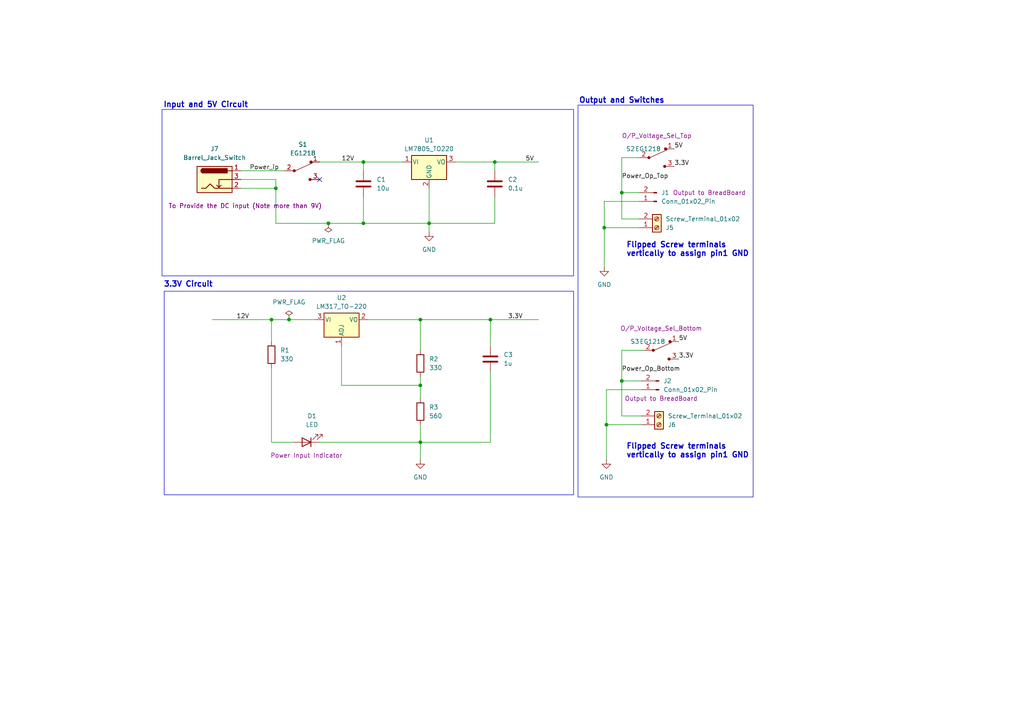
<source format=kicad_sch>
(kicad_sch
	(version 20231120)
	(generator "eeschema")
	(generator_version "8.0")
	(uuid "3641fe35-e36a-4743-999e-8f3a9fca48ea")
	(paper "A4")
	(title_block
		(title "Bread Board Power Supply")
		(date "2024-07-26")
		(rev "1")
		(company "By V. Hima Vamsi")
	)
	(lib_symbols
		(symbol "Connector:Barrel_Jack_Switch"
			(pin_names hide)
			(exclude_from_sim no)
			(in_bom yes)
			(on_board yes)
			(property "Reference" "J"
				(at 0 5.334 0)
				(effects
					(font
						(size 1.27 1.27)
					)
				)
			)
			(property "Value" "Barrel_Jack_Switch"
				(at 0 -5.08 0)
				(effects
					(font
						(size 1.27 1.27)
					)
				)
			)
			(property "Footprint" ""
				(at 1.27 -1.016 0)
				(effects
					(font
						(size 1.27 1.27)
					)
					(hide yes)
				)
			)
			(property "Datasheet" "~"
				(at 1.27 -1.016 0)
				(effects
					(font
						(size 1.27 1.27)
					)
					(hide yes)
				)
			)
			(property "Description" "DC Barrel Jack with an internal switch"
				(at 0 0 0)
				(effects
					(font
						(size 1.27 1.27)
					)
					(hide yes)
				)
			)
			(property "ki_keywords" "DC power barrel jack connector"
				(at 0 0 0)
				(effects
					(font
						(size 1.27 1.27)
					)
					(hide yes)
				)
			)
			(property "ki_fp_filters" "BarrelJack*"
				(at 0 0 0)
				(effects
					(font
						(size 1.27 1.27)
					)
					(hide yes)
				)
			)
			(symbol "Barrel_Jack_Switch_0_1"
				(rectangle
					(start -5.08 3.81)
					(end 5.08 -3.81)
					(stroke
						(width 0.254)
						(type default)
					)
					(fill
						(type background)
					)
				)
				(arc
					(start -3.302 3.175)
					(mid -3.9343 2.54)
					(end -3.302 1.905)
					(stroke
						(width 0.254)
						(type default)
					)
					(fill
						(type none)
					)
				)
				(arc
					(start -3.302 3.175)
					(mid -3.9343 2.54)
					(end -3.302 1.905)
					(stroke
						(width 0.254)
						(type default)
					)
					(fill
						(type outline)
					)
				)
				(polyline
					(pts
						(xy 1.27 -2.286) (xy 1.905 -1.651)
					)
					(stroke
						(width 0.254)
						(type default)
					)
					(fill
						(type none)
					)
				)
				(polyline
					(pts
						(xy 5.08 2.54) (xy 3.81 2.54)
					)
					(stroke
						(width 0.254)
						(type default)
					)
					(fill
						(type none)
					)
				)
				(polyline
					(pts
						(xy 5.08 0) (xy 1.27 0) (xy 1.27 -2.286) (xy 0.635 -1.651)
					)
					(stroke
						(width 0.254)
						(type default)
					)
					(fill
						(type none)
					)
				)
				(polyline
					(pts
						(xy -3.81 -2.54) (xy -2.54 -2.54) (xy -1.27 -1.27) (xy 0 -2.54) (xy 2.54 -2.54) (xy 5.08 -2.54)
					)
					(stroke
						(width 0.254)
						(type default)
					)
					(fill
						(type none)
					)
				)
				(rectangle
					(start 3.683 3.175)
					(end -3.302 1.905)
					(stroke
						(width 0.254)
						(type default)
					)
					(fill
						(type outline)
					)
				)
			)
			(symbol "Barrel_Jack_Switch_1_1"
				(pin passive line
					(at 7.62 2.54 180)
					(length 2.54)
					(name "~"
						(effects
							(font
								(size 1.27 1.27)
							)
						)
					)
					(number "1"
						(effects
							(font
								(size 1.27 1.27)
							)
						)
					)
				)
				(pin passive line
					(at 7.62 -2.54 180)
					(length 2.54)
					(name "~"
						(effects
							(font
								(size 1.27 1.27)
							)
						)
					)
					(number "2"
						(effects
							(font
								(size 1.27 1.27)
							)
						)
					)
				)
				(pin passive line
					(at 7.62 0 180)
					(length 2.54)
					(name "~"
						(effects
							(font
								(size 1.27 1.27)
							)
						)
					)
					(number "3"
						(effects
							(font
								(size 1.27 1.27)
							)
						)
					)
				)
			)
		)
		(symbol "Connector:Conn_01x02_Pin"
			(pin_names
				(offset 1.016) hide)
			(exclude_from_sim no)
			(in_bom yes)
			(on_board yes)
			(property "Reference" "J"
				(at 0 2.54 0)
				(effects
					(font
						(size 1.27 1.27)
					)
				)
			)
			(property "Value" "Conn_01x02_Pin"
				(at 0 -5.08 0)
				(effects
					(font
						(size 1.27 1.27)
					)
				)
			)
			(property "Footprint" ""
				(at 0 0 0)
				(effects
					(font
						(size 1.27 1.27)
					)
					(hide yes)
				)
			)
			(property "Datasheet" "~"
				(at 0 0 0)
				(effects
					(font
						(size 1.27 1.27)
					)
					(hide yes)
				)
			)
			(property "Description" "Generic connector, single row, 01x02, script generated"
				(at 0 0 0)
				(effects
					(font
						(size 1.27 1.27)
					)
					(hide yes)
				)
			)
			(property "ki_locked" ""
				(at 0 0 0)
				(effects
					(font
						(size 1.27 1.27)
					)
				)
			)
			(property "ki_keywords" "connector"
				(at 0 0 0)
				(effects
					(font
						(size 1.27 1.27)
					)
					(hide yes)
				)
			)
			(property "ki_fp_filters" "Connector*:*_1x??_*"
				(at 0 0 0)
				(effects
					(font
						(size 1.27 1.27)
					)
					(hide yes)
				)
			)
			(symbol "Conn_01x02_Pin_1_1"
				(polyline
					(pts
						(xy 1.27 -2.54) (xy 0.8636 -2.54)
					)
					(stroke
						(width 0.1524)
						(type default)
					)
					(fill
						(type none)
					)
				)
				(polyline
					(pts
						(xy 1.27 0) (xy 0.8636 0)
					)
					(stroke
						(width 0.1524)
						(type default)
					)
					(fill
						(type none)
					)
				)
				(rectangle
					(start 0.8636 -2.413)
					(end 0 -2.667)
					(stroke
						(width 0.1524)
						(type default)
					)
					(fill
						(type outline)
					)
				)
				(rectangle
					(start 0.8636 0.127)
					(end 0 -0.127)
					(stroke
						(width 0.1524)
						(type default)
					)
					(fill
						(type outline)
					)
				)
				(pin passive line
					(at 5.08 0 180)
					(length 3.81)
					(name "Pin_1"
						(effects
							(font
								(size 1.27 1.27)
							)
						)
					)
					(number "1"
						(effects
							(font
								(size 1.27 1.27)
							)
						)
					)
				)
				(pin passive line
					(at 5.08 -2.54 180)
					(length 3.81)
					(name "Pin_2"
						(effects
							(font
								(size 1.27 1.27)
							)
						)
					)
					(number "2"
						(effects
							(font
								(size 1.27 1.27)
							)
						)
					)
				)
			)
		)
		(symbol "Connector:Screw_Terminal_01x02"
			(pin_names
				(offset 1.016) hide)
			(exclude_from_sim no)
			(in_bom yes)
			(on_board yes)
			(property "Reference" "J"
				(at 0 2.54 0)
				(effects
					(font
						(size 1.27 1.27)
					)
				)
			)
			(property "Value" "Screw_Terminal_01x02"
				(at 0 -5.08 0)
				(effects
					(font
						(size 1.27 1.27)
					)
				)
			)
			(property "Footprint" ""
				(at 0 0 0)
				(effects
					(font
						(size 1.27 1.27)
					)
					(hide yes)
				)
			)
			(property "Datasheet" "~"
				(at 0 0 0)
				(effects
					(font
						(size 1.27 1.27)
					)
					(hide yes)
				)
			)
			(property "Description" "Generic screw terminal, single row, 01x02, script generated (kicad-library-utils/schlib/autogen/connector/)"
				(at 0 0 0)
				(effects
					(font
						(size 1.27 1.27)
					)
					(hide yes)
				)
			)
			(property "ki_keywords" "screw terminal"
				(at 0 0 0)
				(effects
					(font
						(size 1.27 1.27)
					)
					(hide yes)
				)
			)
			(property "ki_fp_filters" "TerminalBlock*:*"
				(at 0 0 0)
				(effects
					(font
						(size 1.27 1.27)
					)
					(hide yes)
				)
			)
			(symbol "Screw_Terminal_01x02_1_1"
				(rectangle
					(start -1.27 1.27)
					(end 1.27 -3.81)
					(stroke
						(width 0.254)
						(type default)
					)
					(fill
						(type background)
					)
				)
				(circle
					(center 0 -2.54)
					(radius 0.635)
					(stroke
						(width 0.1524)
						(type default)
					)
					(fill
						(type none)
					)
				)
				(polyline
					(pts
						(xy -0.5334 -2.2098) (xy 0.3302 -3.048)
					)
					(stroke
						(width 0.1524)
						(type default)
					)
					(fill
						(type none)
					)
				)
				(polyline
					(pts
						(xy -0.5334 0.3302) (xy 0.3302 -0.508)
					)
					(stroke
						(width 0.1524)
						(type default)
					)
					(fill
						(type none)
					)
				)
				(polyline
					(pts
						(xy -0.3556 -2.032) (xy 0.508 -2.8702)
					)
					(stroke
						(width 0.1524)
						(type default)
					)
					(fill
						(type none)
					)
				)
				(polyline
					(pts
						(xy -0.3556 0.508) (xy 0.508 -0.3302)
					)
					(stroke
						(width 0.1524)
						(type default)
					)
					(fill
						(type none)
					)
				)
				(circle
					(center 0 0)
					(radius 0.635)
					(stroke
						(width 0.1524)
						(type default)
					)
					(fill
						(type none)
					)
				)
				(pin passive line
					(at -5.08 0 0)
					(length 3.81)
					(name "Pin_1"
						(effects
							(font
								(size 1.27 1.27)
							)
						)
					)
					(number "1"
						(effects
							(font
								(size 1.27 1.27)
							)
						)
					)
				)
				(pin passive line
					(at -5.08 -2.54 0)
					(length 3.81)
					(name "Pin_2"
						(effects
							(font
								(size 1.27 1.27)
							)
						)
					)
					(number "2"
						(effects
							(font
								(size 1.27 1.27)
							)
						)
					)
				)
			)
		)
		(symbol "Device:C"
			(pin_numbers hide)
			(pin_names
				(offset 0.254)
			)
			(exclude_from_sim no)
			(in_bom yes)
			(on_board yes)
			(property "Reference" "C"
				(at 0.635 2.54 0)
				(effects
					(font
						(size 1.27 1.27)
					)
					(justify left)
				)
			)
			(property "Value" "C"
				(at 0.635 -2.54 0)
				(effects
					(font
						(size 1.27 1.27)
					)
					(justify left)
				)
			)
			(property "Footprint" ""
				(at 0.9652 -3.81 0)
				(effects
					(font
						(size 1.27 1.27)
					)
					(hide yes)
				)
			)
			(property "Datasheet" "~"
				(at 0 0 0)
				(effects
					(font
						(size 1.27 1.27)
					)
					(hide yes)
				)
			)
			(property "Description" "Unpolarized capacitor"
				(at 0 0 0)
				(effects
					(font
						(size 1.27 1.27)
					)
					(hide yes)
				)
			)
			(property "ki_keywords" "cap capacitor"
				(at 0 0 0)
				(effects
					(font
						(size 1.27 1.27)
					)
					(hide yes)
				)
			)
			(property "ki_fp_filters" "C_*"
				(at 0 0 0)
				(effects
					(font
						(size 1.27 1.27)
					)
					(hide yes)
				)
			)
			(symbol "C_0_1"
				(polyline
					(pts
						(xy -2.032 -0.762) (xy 2.032 -0.762)
					)
					(stroke
						(width 0.508)
						(type default)
					)
					(fill
						(type none)
					)
				)
				(polyline
					(pts
						(xy -2.032 0.762) (xy 2.032 0.762)
					)
					(stroke
						(width 0.508)
						(type default)
					)
					(fill
						(type none)
					)
				)
			)
			(symbol "C_1_1"
				(pin passive line
					(at 0 3.81 270)
					(length 2.794)
					(name "~"
						(effects
							(font
								(size 1.27 1.27)
							)
						)
					)
					(number "1"
						(effects
							(font
								(size 1.27 1.27)
							)
						)
					)
				)
				(pin passive line
					(at 0 -3.81 90)
					(length 2.794)
					(name "~"
						(effects
							(font
								(size 1.27 1.27)
							)
						)
					)
					(number "2"
						(effects
							(font
								(size 1.27 1.27)
							)
						)
					)
				)
			)
		)
		(symbol "Device:LED"
			(pin_numbers hide)
			(pin_names
				(offset 1.016) hide)
			(exclude_from_sim no)
			(in_bom yes)
			(on_board yes)
			(property "Reference" "D"
				(at 0 2.54 0)
				(effects
					(font
						(size 1.27 1.27)
					)
				)
			)
			(property "Value" "LED"
				(at 0 -2.54 0)
				(effects
					(font
						(size 1.27 1.27)
					)
				)
			)
			(property "Footprint" ""
				(at 0 0 0)
				(effects
					(font
						(size 1.27 1.27)
					)
					(hide yes)
				)
			)
			(property "Datasheet" "~"
				(at 0 0 0)
				(effects
					(font
						(size 1.27 1.27)
					)
					(hide yes)
				)
			)
			(property "Description" "Light emitting diode"
				(at 0 0 0)
				(effects
					(font
						(size 1.27 1.27)
					)
					(hide yes)
				)
			)
			(property "ki_keywords" "LED diode"
				(at 0 0 0)
				(effects
					(font
						(size 1.27 1.27)
					)
					(hide yes)
				)
			)
			(property "ki_fp_filters" "LED* LED_SMD:* LED_THT:*"
				(at 0 0 0)
				(effects
					(font
						(size 1.27 1.27)
					)
					(hide yes)
				)
			)
			(symbol "LED_0_1"
				(polyline
					(pts
						(xy -1.27 -1.27) (xy -1.27 1.27)
					)
					(stroke
						(width 0.254)
						(type default)
					)
					(fill
						(type none)
					)
				)
				(polyline
					(pts
						(xy -1.27 0) (xy 1.27 0)
					)
					(stroke
						(width 0)
						(type default)
					)
					(fill
						(type none)
					)
				)
				(polyline
					(pts
						(xy 1.27 -1.27) (xy 1.27 1.27) (xy -1.27 0) (xy 1.27 -1.27)
					)
					(stroke
						(width 0.254)
						(type default)
					)
					(fill
						(type none)
					)
				)
				(polyline
					(pts
						(xy -3.048 -0.762) (xy -4.572 -2.286) (xy -3.81 -2.286) (xy -4.572 -2.286) (xy -4.572 -1.524)
					)
					(stroke
						(width 0)
						(type default)
					)
					(fill
						(type none)
					)
				)
				(polyline
					(pts
						(xy -1.778 -0.762) (xy -3.302 -2.286) (xy -2.54 -2.286) (xy -3.302 -2.286) (xy -3.302 -1.524)
					)
					(stroke
						(width 0)
						(type default)
					)
					(fill
						(type none)
					)
				)
			)
			(symbol "LED_1_1"
				(pin passive line
					(at -3.81 0 0)
					(length 2.54)
					(name "K"
						(effects
							(font
								(size 1.27 1.27)
							)
						)
					)
					(number "1"
						(effects
							(font
								(size 1.27 1.27)
							)
						)
					)
				)
				(pin passive line
					(at 3.81 0 180)
					(length 2.54)
					(name "A"
						(effects
							(font
								(size 1.27 1.27)
							)
						)
					)
					(number "2"
						(effects
							(font
								(size 1.27 1.27)
							)
						)
					)
				)
			)
		)
		(symbol "Device:R"
			(pin_numbers hide)
			(pin_names
				(offset 0)
			)
			(exclude_from_sim no)
			(in_bom yes)
			(on_board yes)
			(property "Reference" "R"
				(at 2.032 0 90)
				(effects
					(font
						(size 1.27 1.27)
					)
				)
			)
			(property "Value" "R"
				(at 0 0 90)
				(effects
					(font
						(size 1.27 1.27)
					)
				)
			)
			(property "Footprint" ""
				(at -1.778 0 90)
				(effects
					(font
						(size 1.27 1.27)
					)
					(hide yes)
				)
			)
			(property "Datasheet" "~"
				(at 0 0 0)
				(effects
					(font
						(size 1.27 1.27)
					)
					(hide yes)
				)
			)
			(property "Description" "Resistor"
				(at 0 0 0)
				(effects
					(font
						(size 1.27 1.27)
					)
					(hide yes)
				)
			)
			(property "ki_keywords" "R res resistor"
				(at 0 0 0)
				(effects
					(font
						(size 1.27 1.27)
					)
					(hide yes)
				)
			)
			(property "ki_fp_filters" "R_*"
				(at 0 0 0)
				(effects
					(font
						(size 1.27 1.27)
					)
					(hide yes)
				)
			)
			(symbol "R_0_1"
				(rectangle
					(start -1.016 -2.54)
					(end 1.016 2.54)
					(stroke
						(width 0.254)
						(type default)
					)
					(fill
						(type none)
					)
				)
			)
			(symbol "R_1_1"
				(pin passive line
					(at 0 3.81 270)
					(length 1.27)
					(name "~"
						(effects
							(font
								(size 1.27 1.27)
							)
						)
					)
					(number "1"
						(effects
							(font
								(size 1.27 1.27)
							)
						)
					)
				)
				(pin passive line
					(at 0 -3.81 90)
					(length 1.27)
					(name "~"
						(effects
							(font
								(size 1.27 1.27)
							)
						)
					)
					(number "2"
						(effects
							(font
								(size 1.27 1.27)
							)
						)
					)
				)
			)
		)
		(symbol "Regulator_Linear:LM317_TO-220"
			(pin_names
				(offset 0.254)
			)
			(exclude_from_sim no)
			(in_bom yes)
			(on_board yes)
			(property "Reference" "U"
				(at -3.81 3.175 0)
				(effects
					(font
						(size 1.27 1.27)
					)
				)
			)
			(property "Value" "LM317_TO-220"
				(at 0 3.175 0)
				(effects
					(font
						(size 1.27 1.27)
					)
					(justify left)
				)
			)
			(property "Footprint" "Package_TO_SOT_THT:TO-220-3_Vertical"
				(at 0 6.35 0)
				(effects
					(font
						(size 1.27 1.27)
						(italic yes)
					)
					(hide yes)
				)
			)
			(property "Datasheet" "http://www.ti.com/lit/ds/symlink/lm317.pdf"
				(at 0 0 0)
				(effects
					(font
						(size 1.27 1.27)
					)
					(hide yes)
				)
			)
			(property "Description" "1.5A 35V Adjustable Linear Regulator, TO-220"
				(at 0 0 0)
				(effects
					(font
						(size 1.27 1.27)
					)
					(hide yes)
				)
			)
			(property "ki_keywords" "Adjustable Voltage Regulator 1A Positive"
				(at 0 0 0)
				(effects
					(font
						(size 1.27 1.27)
					)
					(hide yes)
				)
			)
			(property "ki_fp_filters" "TO?220*"
				(at 0 0 0)
				(effects
					(font
						(size 1.27 1.27)
					)
					(hide yes)
				)
			)
			(symbol "LM317_TO-220_0_1"
				(rectangle
					(start -5.08 1.905)
					(end 5.08 -5.08)
					(stroke
						(width 0.254)
						(type default)
					)
					(fill
						(type background)
					)
				)
			)
			(symbol "LM317_TO-220_1_1"
				(pin input line
					(at 0 -7.62 90)
					(length 2.54)
					(name "ADJ"
						(effects
							(font
								(size 1.27 1.27)
							)
						)
					)
					(number "1"
						(effects
							(font
								(size 1.27 1.27)
							)
						)
					)
				)
				(pin power_out line
					(at 7.62 0 180)
					(length 2.54)
					(name "VO"
						(effects
							(font
								(size 1.27 1.27)
							)
						)
					)
					(number "2"
						(effects
							(font
								(size 1.27 1.27)
							)
						)
					)
				)
				(pin power_in line
					(at -7.62 0 0)
					(length 2.54)
					(name "VI"
						(effects
							(font
								(size 1.27 1.27)
							)
						)
					)
					(number "3"
						(effects
							(font
								(size 1.27 1.27)
							)
						)
					)
				)
			)
		)
		(symbol "Regulator_Linear:LM7805_TO220"
			(pin_names
				(offset 0.254)
			)
			(exclude_from_sim no)
			(in_bom yes)
			(on_board yes)
			(property "Reference" "U"
				(at -3.81 3.175 0)
				(effects
					(font
						(size 1.27 1.27)
					)
				)
			)
			(property "Value" "LM7805_TO220"
				(at 0 3.175 0)
				(effects
					(font
						(size 1.27 1.27)
					)
					(justify left)
				)
			)
			(property "Footprint" "Package_TO_SOT_THT:TO-220-3_Vertical"
				(at 0 5.715 0)
				(effects
					(font
						(size 1.27 1.27)
						(italic yes)
					)
					(hide yes)
				)
			)
			(property "Datasheet" "https://www.onsemi.cn/PowerSolutions/document/MC7800-D.PDF"
				(at 0 -1.27 0)
				(effects
					(font
						(size 1.27 1.27)
					)
					(hide yes)
				)
			)
			(property "Description" "Positive 1A 35V Linear Regulator, Fixed Output 5V, TO-220"
				(at 0 0 0)
				(effects
					(font
						(size 1.27 1.27)
					)
					(hide yes)
				)
			)
			(property "ki_keywords" "Voltage Regulator 1A Positive"
				(at 0 0 0)
				(effects
					(font
						(size 1.27 1.27)
					)
					(hide yes)
				)
			)
			(property "ki_fp_filters" "TO?220*"
				(at 0 0 0)
				(effects
					(font
						(size 1.27 1.27)
					)
					(hide yes)
				)
			)
			(symbol "LM7805_TO220_0_1"
				(rectangle
					(start -5.08 1.905)
					(end 5.08 -5.08)
					(stroke
						(width 0.254)
						(type default)
					)
					(fill
						(type background)
					)
				)
			)
			(symbol "LM7805_TO220_1_1"
				(pin power_in line
					(at -7.62 0 0)
					(length 2.54)
					(name "VI"
						(effects
							(font
								(size 1.27 1.27)
							)
						)
					)
					(number "1"
						(effects
							(font
								(size 1.27 1.27)
							)
						)
					)
				)
				(pin power_in line
					(at 0 -7.62 90)
					(length 2.54)
					(name "GND"
						(effects
							(font
								(size 1.27 1.27)
							)
						)
					)
					(number "2"
						(effects
							(font
								(size 1.27 1.27)
							)
						)
					)
				)
				(pin power_out line
					(at 7.62 0 180)
					(length 2.54)
					(name "VO"
						(effects
							(font
								(size 1.27 1.27)
							)
						)
					)
					(number "3"
						(effects
							(font
								(size 1.27 1.27)
							)
						)
					)
				)
			)
		)
		(symbol "dk_Slide-Switches:EG1218"
			(pin_names
				(offset 0)
			)
			(exclude_from_sim no)
			(in_bom yes)
			(on_board yes)
			(property "Reference" "S"
				(at -3.81 2.286 0)
				(effects
					(font
						(size 1.27 1.27)
					)
				)
			)
			(property "Value" "EG1218"
				(at 0 -5.334 0)
				(effects
					(font
						(size 1.27 1.27)
					)
				)
			)
			(property "Footprint" "digikey-footprints:Switch_Slide_11.6x4mm_EG1218"
				(at 5.08 5.08 0)
				(effects
					(font
						(size 1.27 1.27)
					)
					(justify left)
					(hide yes)
				)
			)
			(property "Datasheet" "http://spec_sheets.e-switch.com/specs/P040040.pdf"
				(at 5.08 7.62 0)
				(effects
					(font
						(size 1.524 1.524)
					)
					(justify left)
					(hide yes)
				)
			)
			(property "Description" "SWITCH SLIDE SPDT 200MA 30V"
				(at 0 0 0)
				(effects
					(font
						(size 1.27 1.27)
					)
					(hide yes)
				)
			)
			(property "Digi-Key_PN" "EG1903-ND"
				(at 5.08 10.16 0)
				(effects
					(font
						(size 1.524 1.524)
					)
					(justify left)
					(hide yes)
				)
			)
			(property "MPN" "EG1218"
				(at 5.08 12.7 0)
				(effects
					(font
						(size 1.524 1.524)
					)
					(justify left)
					(hide yes)
				)
			)
			(property "Category" "Switches"
				(at 5.08 15.24 0)
				(effects
					(font
						(size 1.524 1.524)
					)
					(justify left)
					(hide yes)
				)
			)
			(property "Family" "Slide Switches"
				(at 5.08 17.78 0)
				(effects
					(font
						(size 1.524 1.524)
					)
					(justify left)
					(hide yes)
				)
			)
			(property "DK_Datasheet_Link" "http://spec_sheets.e-switch.com/specs/P040040.pdf"
				(at 5.08 20.32 0)
				(effects
					(font
						(size 1.524 1.524)
					)
					(justify left)
					(hide yes)
				)
			)
			(property "DK_Detail_Page" "/product-detail/en/e-switch/EG1218/EG1903-ND/101726"
				(at 5.08 22.86 0)
				(effects
					(font
						(size 1.524 1.524)
					)
					(justify left)
					(hide yes)
				)
			)
			(property "Description_1" "SWITCH SLIDE SPDT 200MA 30V"
				(at 5.08 25.4 0)
				(effects
					(font
						(size 1.524 1.524)
					)
					(justify left)
					(hide yes)
				)
			)
			(property "Manufacturer" "E-Switch"
				(at 5.08 27.94 0)
				(effects
					(font
						(size 1.524 1.524)
					)
					(justify left)
					(hide yes)
				)
			)
			(property "Status" "Active"
				(at 5.08 30.48 0)
				(effects
					(font
						(size 1.524 1.524)
					)
					(justify left)
					(hide yes)
				)
			)
			(property "ki_keywords" "EG1903-ND EG"
				(at 0 0 0)
				(effects
					(font
						(size 1.27 1.27)
					)
					(hide yes)
				)
			)
			(symbol "EG1218_0_1"
				(circle
					(center -2.286 0)
					(radius 0.3556)
					(stroke
						(width 0)
						(type solid)
					)
					(fill
						(type outline)
					)
				)
				(polyline
					(pts
						(xy -2.032 0) (xy 3.048 2.286)
					)
					(stroke
						(width 0)
						(type solid)
					)
					(fill
						(type none)
					)
				)
				(circle
					(center 2.286 -2.54)
					(radius 0.3556)
					(stroke
						(width 0)
						(type solid)
					)
					(fill
						(type outline)
					)
				)
				(circle
					(center 2.54 2.54)
					(radius 0.3556)
					(stroke
						(width 0)
						(type solid)
					)
					(fill
						(type outline)
					)
				)
			)
			(symbol "EG1218_1_1"
				(pin passive line
					(at 5.08 2.54 180)
					(length 2.54)
					(name "~"
						(effects
							(font
								(size 1.27 1.27)
							)
						)
					)
					(number "1"
						(effects
							(font
								(size 1.27 1.27)
							)
						)
					)
				)
				(pin passive line
					(at -5.08 0 0)
					(length 2.54)
					(name "~"
						(effects
							(font
								(size 1.27 1.27)
							)
						)
					)
					(number "2"
						(effects
							(font
								(size 1.27 1.27)
							)
						)
					)
				)
				(pin passive line
					(at 5.08 -2.54 180)
					(length 2.54)
					(name "~"
						(effects
							(font
								(size 1.27 1.27)
							)
						)
					)
					(number "3"
						(effects
							(font
								(size 1.27 1.27)
							)
						)
					)
				)
			)
		)
		(symbol "power:GND"
			(power)
			(pin_numbers hide)
			(pin_names
				(offset 0) hide)
			(exclude_from_sim no)
			(in_bom yes)
			(on_board yes)
			(property "Reference" "#PWR"
				(at 0 -6.35 0)
				(effects
					(font
						(size 1.27 1.27)
					)
					(hide yes)
				)
			)
			(property "Value" "GND"
				(at 0 -3.81 0)
				(effects
					(font
						(size 1.27 1.27)
					)
				)
			)
			(property "Footprint" ""
				(at 0 0 0)
				(effects
					(font
						(size 1.27 1.27)
					)
					(hide yes)
				)
			)
			(property "Datasheet" ""
				(at 0 0 0)
				(effects
					(font
						(size 1.27 1.27)
					)
					(hide yes)
				)
			)
			(property "Description" "Power symbol creates a global label with name \"GND\" , ground"
				(at 0 0 0)
				(effects
					(font
						(size 1.27 1.27)
					)
					(hide yes)
				)
			)
			(property "ki_keywords" "global power"
				(at 0 0 0)
				(effects
					(font
						(size 1.27 1.27)
					)
					(hide yes)
				)
			)
			(symbol "GND_0_1"
				(polyline
					(pts
						(xy 0 0) (xy 0 -1.27) (xy 1.27 -1.27) (xy 0 -2.54) (xy -1.27 -1.27) (xy 0 -1.27)
					)
					(stroke
						(width 0)
						(type default)
					)
					(fill
						(type none)
					)
				)
			)
			(symbol "GND_1_1"
				(pin power_in line
					(at 0 0 270)
					(length 0)
					(name "~"
						(effects
							(font
								(size 1.27 1.27)
							)
						)
					)
					(number "1"
						(effects
							(font
								(size 1.27 1.27)
							)
						)
					)
				)
			)
		)
		(symbol "power:PWR_FLAG"
			(power)
			(pin_numbers hide)
			(pin_names
				(offset 0) hide)
			(exclude_from_sim no)
			(in_bom yes)
			(on_board yes)
			(property "Reference" "#FLG"
				(at 0 1.905 0)
				(effects
					(font
						(size 1.27 1.27)
					)
					(hide yes)
				)
			)
			(property "Value" "PWR_FLAG"
				(at 0 3.81 0)
				(effects
					(font
						(size 1.27 1.27)
					)
				)
			)
			(property "Footprint" ""
				(at 0 0 0)
				(effects
					(font
						(size 1.27 1.27)
					)
					(hide yes)
				)
			)
			(property "Datasheet" "~"
				(at 0 0 0)
				(effects
					(font
						(size 1.27 1.27)
					)
					(hide yes)
				)
			)
			(property "Description" "Special symbol for telling ERC where power comes from"
				(at 0 0 0)
				(effects
					(font
						(size 1.27 1.27)
					)
					(hide yes)
				)
			)
			(property "ki_keywords" "flag power"
				(at 0 0 0)
				(effects
					(font
						(size 1.27 1.27)
					)
					(hide yes)
				)
			)
			(symbol "PWR_FLAG_0_0"
				(pin power_out line
					(at 0 0 90)
					(length 0)
					(name "~"
						(effects
							(font
								(size 1.27 1.27)
							)
						)
					)
					(number "1"
						(effects
							(font
								(size 1.27 1.27)
							)
						)
					)
				)
			)
			(symbol "PWR_FLAG_0_1"
				(polyline
					(pts
						(xy 0 0) (xy 0 1.27) (xy -1.016 1.905) (xy 0 2.54) (xy 1.016 1.905) (xy 0 1.27)
					)
					(stroke
						(width 0)
						(type default)
					)
					(fill
						(type none)
					)
				)
			)
		)
	)
	(junction
		(at 121.92 128.27)
		(diameter 0)
		(color 0 0 0 0)
		(uuid "12f25081-d3b0-4e40-9003-2354db06c11c")
	)
	(junction
		(at 175.895 123.19)
		(diameter 0)
		(color 0 0 0 0)
		(uuid "22687169-a2b8-4462-aef6-04081e065232")
	)
	(junction
		(at 105.41 46.99)
		(diameter 0)
		(color 0 0 0 0)
		(uuid "2444b816-cb9c-4dc3-bab6-15ea759a29d9")
	)
	(junction
		(at 95.25 64.77)
		(diameter 0)
		(color 0 0 0 0)
		(uuid "2cde22ab-6e5a-46b6-afe4-e252889b5d1c")
	)
	(junction
		(at 180.34 55.88)
		(diameter 0)
		(color 0 0 0 0)
		(uuid "3681929b-ce3d-4249-9c24-c8e286778428")
	)
	(junction
		(at 105.41 64.77)
		(diameter 0)
		(color 0 0 0 0)
		(uuid "395be807-6450-471c-93ac-684d3c8a4601")
	)
	(junction
		(at 121.92 111.76)
		(diameter 0)
		(color 0 0 0 0)
		(uuid "82cbc85a-4ce4-474f-80ed-7b725d6cab76")
	)
	(junction
		(at 83.82 92.71)
		(diameter 0)
		(color 0 0 0 0)
		(uuid "9bef15d0-8bcf-4bd0-8975-76aaee80d16b")
	)
	(junction
		(at 180.34 110.49)
		(diameter 0)
		(color 0 0 0 0)
		(uuid "a1f9336a-6b0d-4015-ba5f-61d7af0ff4ce")
	)
	(junction
		(at 121.92 92.71)
		(diameter 0)
		(color 0 0 0 0)
		(uuid "a2b6d69e-510b-42ab-b802-2426860350db")
	)
	(junction
		(at 80.01 54.61)
		(diameter 0)
		(color 0 0 0 0)
		(uuid "b021418a-df0a-4ab4-ba6e-85aea87ac6f0")
	)
	(junction
		(at 124.46 64.77)
		(diameter 0)
		(color 0 0 0 0)
		(uuid "b2131548-8778-4970-847c-48b8b651b0ff")
	)
	(junction
		(at 143.51 46.99)
		(diameter 0)
		(color 0 0 0 0)
		(uuid "b7a4f3a9-2d52-479f-9f2a-db6311af8404")
	)
	(junction
		(at 78.74 92.71)
		(diameter 0)
		(color 0 0 0 0)
		(uuid "ccc7106e-f782-44d1-a010-20b541252cde")
	)
	(junction
		(at 142.24 92.71)
		(diameter 0)
		(color 0 0 0 0)
		(uuid "f8433912-4c65-4288-b0d1-397dfbd31148")
	)
	(junction
		(at 175.26 66.04)
		(diameter 0)
		(color 0 0 0 0)
		(uuid "f9dcf25d-d373-4be4-85c7-1ad2aab3be8b")
	)
	(no_connect
		(at 92.71 52.07)
		(uuid "227f9cec-b60d-4d29-97dd-e33ffd02a2c1")
	)
	(wire
		(pts
			(xy 69.85 54.61) (xy 80.01 54.61)
		)
		(stroke
			(width 0)
			(type default)
		)
		(uuid "019fa467-8f44-4a21-b30d-b48b5f5090c3")
	)
	(wire
		(pts
			(xy 143.51 57.15) (xy 143.51 64.77)
		)
		(stroke
			(width 0)
			(type default)
		)
		(uuid "031d87ff-5c04-432e-9a9d-66731d957155")
	)
	(wire
		(pts
			(xy 185.42 58.42) (xy 175.26 58.42)
		)
		(stroke
			(width 0)
			(type default)
		)
		(uuid "041be8c8-af9f-4d27-af61-828bb31fab02")
	)
	(wire
		(pts
			(xy 105.41 64.77) (xy 124.46 64.77)
		)
		(stroke
			(width 0)
			(type default)
		)
		(uuid "07246165-9d4a-4686-a4af-5f3ee8b993e3")
	)
	(wire
		(pts
			(xy 83.82 92.71) (xy 91.44 92.71)
		)
		(stroke
			(width 0)
			(type default)
		)
		(uuid "0c7fdbb8-7b6e-4863-b1c0-954c08b02338")
	)
	(wire
		(pts
			(xy 78.74 106.68) (xy 78.74 128.27)
		)
		(stroke
			(width 0)
			(type default)
		)
		(uuid "0dface44-d487-48f2-ac6f-51332c9260e1")
	)
	(wire
		(pts
			(xy 180.34 55.88) (xy 180.34 63.5)
		)
		(stroke
			(width 0)
			(type default)
		)
		(uuid "1208a1c3-2fe0-41a5-88c8-0026c80ed2e0")
	)
	(wire
		(pts
			(xy 121.92 109.22) (xy 121.92 111.76)
		)
		(stroke
			(width 0)
			(type default)
		)
		(uuid "19b814ff-8d8f-4f2a-99d9-5ef850f606d9")
	)
	(wire
		(pts
			(xy 143.51 64.77) (xy 124.46 64.77)
		)
		(stroke
			(width 0)
			(type default)
		)
		(uuid "1b310d9b-7a2b-4ab1-bbdc-17a1fd95d616")
	)
	(wire
		(pts
			(xy 185.42 45.72) (xy 180.34 45.72)
		)
		(stroke
			(width 0)
			(type default)
		)
		(uuid "1cdf29a1-5555-4370-98b0-41ffc1f91bc4")
	)
	(wire
		(pts
			(xy 78.74 92.71) (xy 78.74 99.06)
		)
		(stroke
			(width 0)
			(type default)
		)
		(uuid "1e3148c3-cb7a-4eaa-bbea-c1748ab756f6")
	)
	(wire
		(pts
			(xy 175.26 58.42) (xy 175.26 66.04)
		)
		(stroke
			(width 0)
			(type default)
		)
		(uuid "1ff2236c-139e-451e-be8b-b1dc3fef7971")
	)
	(wire
		(pts
			(xy 69.85 52.07) (xy 80.01 52.07)
		)
		(stroke
			(width 0)
			(type default)
		)
		(uuid "24e9d24c-b5d5-4315-bcaa-11d8ce4c0c36")
	)
	(wire
		(pts
			(xy 124.46 54.61) (xy 124.46 64.77)
		)
		(stroke
			(width 0)
			(type default)
		)
		(uuid "24f9c090-c2c6-4074-95aa-e15b6a05e0d3")
	)
	(wire
		(pts
			(xy 121.92 123.19) (xy 121.92 128.27)
		)
		(stroke
			(width 0)
			(type default)
		)
		(uuid "2d88111b-e819-413b-a633-4e9f3f503ae2")
	)
	(wire
		(pts
			(xy 180.34 120.65) (xy 186.055 120.65)
		)
		(stroke
			(width 0)
			(type default)
		)
		(uuid "2ded3cef-5e9c-41b8-b207-dbfa0b852ec6")
	)
	(wire
		(pts
			(xy 92.71 46.99) (xy 105.41 46.99)
		)
		(stroke
			(width 0)
			(type default)
		)
		(uuid "304506c4-8ae4-4470-8625-51c4f298c9d3")
	)
	(wire
		(pts
			(xy 105.41 46.99) (xy 116.84 46.99)
		)
		(stroke
			(width 0)
			(type default)
		)
		(uuid "343ff1a8-7c4d-46e6-9e18-8ff898d83ac0")
	)
	(wire
		(pts
			(xy 175.26 66.04) (xy 175.26 77.47)
		)
		(stroke
			(width 0)
			(type default)
		)
		(uuid "3a56310b-bcda-431a-9a54-a2716a1dbd00")
	)
	(wire
		(pts
			(xy 80.01 52.07) (xy 80.01 54.61)
		)
		(stroke
			(width 0)
			(type default)
		)
		(uuid "46cd4587-43a9-4a27-beaa-adbdaa127486")
	)
	(wire
		(pts
			(xy 78.74 128.27) (xy 85.09 128.27)
		)
		(stroke
			(width 0)
			(type default)
		)
		(uuid "49c46cf7-4f41-4776-83da-445601a19f3c")
	)
	(wire
		(pts
			(xy 186.055 113.03) (xy 175.895 113.03)
		)
		(stroke
			(width 0)
			(type default)
		)
		(uuid "49fe8f47-b3c5-4c1d-9edb-6d59f2bd137c")
	)
	(wire
		(pts
			(xy 121.92 92.71) (xy 142.24 92.71)
		)
		(stroke
			(width 0)
			(type default)
		)
		(uuid "68536d97-7751-4c3b-bf38-2208129ab188")
	)
	(wire
		(pts
			(xy 143.51 46.99) (xy 156.21 46.99)
		)
		(stroke
			(width 0)
			(type default)
		)
		(uuid "693a9c43-c2eb-47eb-9c53-7530658b6d1d")
	)
	(wire
		(pts
			(xy 99.06 100.33) (xy 99.06 111.76)
		)
		(stroke
			(width 0)
			(type default)
		)
		(uuid "7338c7db-d81e-4342-a4d3-377c0bf21dd0")
	)
	(wire
		(pts
			(xy 105.41 49.53) (xy 105.41 46.99)
		)
		(stroke
			(width 0)
			(type default)
		)
		(uuid "740288ef-d2f9-4451-bf7c-e0995ceee3ba")
	)
	(wire
		(pts
			(xy 143.51 49.53) (xy 143.51 46.99)
		)
		(stroke
			(width 0)
			(type default)
		)
		(uuid "77765565-9f5c-47f2-bd89-ab5abd1b96b4")
	)
	(wire
		(pts
			(xy 95.25 64.77) (xy 105.41 64.77)
		)
		(stroke
			(width 0)
			(type default)
		)
		(uuid "7cf16378-2da7-45bd-ad86-c7a11245811b")
	)
	(wire
		(pts
			(xy 121.92 111.76) (xy 121.92 115.57)
		)
		(stroke
			(width 0)
			(type default)
		)
		(uuid "7df1136e-b180-4420-bf19-5fdd98c0500a")
	)
	(wire
		(pts
			(xy 92.71 128.27) (xy 121.92 128.27)
		)
		(stroke
			(width 0)
			(type default)
		)
		(uuid "83a48a38-e098-4fb8-9244-73f2afc5047e")
	)
	(wire
		(pts
			(xy 105.41 57.15) (xy 105.41 64.77)
		)
		(stroke
			(width 0)
			(type default)
		)
		(uuid "84cb24cb-ea1d-4764-b6e3-ab7882e4795f")
	)
	(wire
		(pts
			(xy 175.895 113.03) (xy 175.895 123.19)
		)
		(stroke
			(width 0)
			(type default)
		)
		(uuid "867fada8-a698-40f1-8a28-3d2ce03ca60b")
	)
	(wire
		(pts
			(xy 180.34 101.6) (xy 180.34 110.49)
		)
		(stroke
			(width 0)
			(type default)
		)
		(uuid "8e6618e3-c9d3-4f7e-b17c-9c71577c063b")
	)
	(wire
		(pts
			(xy 185.42 55.88) (xy 180.34 55.88)
		)
		(stroke
			(width 0)
			(type default)
		)
		(uuid "91f650db-d705-4433-bd6d-92d5885790cf")
	)
	(wire
		(pts
			(xy 69.85 49.53) (xy 82.55 49.53)
		)
		(stroke
			(width 0)
			(type default)
		)
		(uuid "97cc56f4-81b4-4856-bc94-680a049effb9")
	)
	(wire
		(pts
			(xy 142.24 128.27) (xy 121.92 128.27)
		)
		(stroke
			(width 0)
			(type default)
		)
		(uuid "99adcde5-dfc4-40fc-a118-81337acca843")
	)
	(wire
		(pts
			(xy 121.92 92.71) (xy 121.92 101.6)
		)
		(stroke
			(width 0)
			(type default)
		)
		(uuid "99f754b5-4133-43ed-bd17-825e5dd6b0ec")
	)
	(wire
		(pts
			(xy 80.01 54.61) (xy 80.01 64.77)
		)
		(stroke
			(width 0)
			(type default)
		)
		(uuid "9ab01f7b-3538-49a2-bb93-ac7c84e481ee")
	)
	(wire
		(pts
			(xy 124.46 64.77) (xy 124.46 67.31)
		)
		(stroke
			(width 0)
			(type default)
		)
		(uuid "9b580724-e559-443b-8066-fc0cd86e9ca0")
	)
	(wire
		(pts
			(xy 142.24 107.95) (xy 142.24 128.27)
		)
		(stroke
			(width 0)
			(type default)
		)
		(uuid "a4e41462-48aa-47fe-8276-7394ec3393b3")
	)
	(wire
		(pts
			(xy 78.74 92.71) (xy 83.82 92.71)
		)
		(stroke
			(width 0)
			(type default)
		)
		(uuid "a6f3a675-7db0-405d-bc4c-fe83e02a1aa2")
	)
	(wire
		(pts
			(xy 185.42 66.04) (xy 175.26 66.04)
		)
		(stroke
			(width 0)
			(type default)
		)
		(uuid "a8d11024-7ab1-480c-b992-44e5a7adb3e5")
	)
	(wire
		(pts
			(xy 180.34 63.5) (xy 185.42 63.5)
		)
		(stroke
			(width 0)
			(type default)
		)
		(uuid "abdeb4a6-db04-43af-9882-d58479f61d3a")
	)
	(wire
		(pts
			(xy 99.06 111.76) (xy 121.92 111.76)
		)
		(stroke
			(width 0)
			(type default)
		)
		(uuid "b025203b-411e-41a3-81b0-453124478f65")
	)
	(wire
		(pts
			(xy 180.34 101.6) (xy 186.69 101.6)
		)
		(stroke
			(width 0)
			(type default)
		)
		(uuid "cf0a3963-f06e-4fb7-bec7-4a9d9c7ccdf2")
	)
	(wire
		(pts
			(xy 180.34 45.72) (xy 180.34 55.88)
		)
		(stroke
			(width 0)
			(type default)
		)
		(uuid "d4d69212-a9db-4e51-8346-80de7864f2fa")
	)
	(wire
		(pts
			(xy 180.34 110.49) (xy 180.34 120.65)
		)
		(stroke
			(width 0)
			(type default)
		)
		(uuid "dcfb696f-6274-49e4-b2c9-ed79235f1953")
	)
	(wire
		(pts
			(xy 142.24 92.71) (xy 142.24 100.33)
		)
		(stroke
			(width 0)
			(type default)
		)
		(uuid "dd4f39d6-2a12-410c-86d3-fb830bc1a134")
	)
	(wire
		(pts
			(xy 121.92 128.27) (xy 121.92 133.35)
		)
		(stroke
			(width 0)
			(type default)
		)
		(uuid "e0ef3397-63ff-43b8-8278-26caa11ae190")
	)
	(wire
		(pts
			(xy 175.895 123.19) (xy 175.895 133.35)
		)
		(stroke
			(width 0)
			(type default)
		)
		(uuid "e4367447-a4a7-4f0c-8226-5e1282025805")
	)
	(wire
		(pts
			(xy 80.01 64.77) (xy 95.25 64.77)
		)
		(stroke
			(width 0)
			(type default)
		)
		(uuid "eba4f3b5-c618-494d-a6b1-118ce26424c0")
	)
	(wire
		(pts
			(xy 180.34 110.49) (xy 186.055 110.49)
		)
		(stroke
			(width 0)
			(type default)
		)
		(uuid "ee6b29aa-3826-4fd1-8c11-5500cac10be0")
	)
	(wire
		(pts
			(xy 186.055 123.19) (xy 175.895 123.19)
		)
		(stroke
			(width 0)
			(type default)
		)
		(uuid "ef8da477-84c3-4cee-928d-55af55f3c4bf")
	)
	(wire
		(pts
			(xy 143.51 46.99) (xy 132.08 46.99)
		)
		(stroke
			(width 0)
			(type default)
		)
		(uuid "f0ad22b5-d64b-47c6-bacf-a81d89aad2d4")
	)
	(wire
		(pts
			(xy 106.68 92.71) (xy 121.92 92.71)
		)
		(stroke
			(width 0)
			(type default)
		)
		(uuid "f345d42e-8d7b-4fdd-be23-e4ed9b98a35f")
	)
	(wire
		(pts
			(xy 142.24 92.71) (xy 156.21 92.71)
		)
		(stroke
			(width 0)
			(type default)
		)
		(uuid "ff1d88ee-74dd-43ab-b52d-957b26e3028e")
	)
	(wire
		(pts
			(xy 61.595 92.71) (xy 78.74 92.71)
		)
		(stroke
			(width 0)
			(type default)
		)
		(uuid "ffee8773-8b79-4c6c-a6e5-e3c8af999c3a")
	)
	(rectangle
		(start 167.64 30.48)
		(end 218.44 144.145)
		(stroke
			(width 0)
			(type default)
		)
		(fill
			(type none)
		)
		(uuid 7e92fc7b-a199-4891-8efc-4dcdeee12cbe)
	)
	(rectangle
		(start 46.99 31.75)
		(end 166.37 80.01)
		(stroke
			(width 0)
			(type default)
		)
		(fill
			(type none)
		)
		(uuid 884d3fe2-e08b-42d3-b7f9-335fe2ce58b4)
	)
	(rectangle
		(start 47.625 84.455)
		(end 166.37 143.51)
		(stroke
			(width 0)
			(type default)
		)
		(fill
			(type none)
		)
		(uuid f799800c-5abd-40c1-894d-c7ad3870b4fb)
	)
	(text "Output and Switches\n"
		(exclude_from_sim no)
		(at 180.34 29.21 0)
		(effects
			(font
				(size 1.57 1.57)
				(bold yes)
			)
		)
		(uuid "a50343f0-25cf-4b7f-b76f-c3d42d4e5a2b")
	)
	(text "3.3V Circuit"
		(exclude_from_sim no)
		(at 54.61 82.55 0)
		(effects
			(font
				(size 1.57 1.57)
				(bold yes)
			)
		)
		(uuid "ba7555fd-1d40-406a-beab-dbca8d283f87")
	)
	(text "Flipped Screw terminals \nvertically to assign pin1 GND\n"
		(exclude_from_sim no)
		(at 181.61 72.39 0)
		(effects
			(font
				(size 1.57 1.57)
				(bold yes)
			)
			(justify left)
		)
		(uuid "e8045ac1-6cfc-421a-b0b0-913690dc79d4")
	)
	(text "Flipped Screw terminals \nvertically to assign pin1 GND\n"
		(exclude_from_sim no)
		(at 181.61 130.81 0)
		(effects
			(font
				(size 1.57 1.57)
				(bold yes)
			)
			(justify left)
		)
		(uuid "eed19298-11ef-44f0-83ea-23557b9745e3")
	)
	(text "Input and 5V Circuit\n"
		(exclude_from_sim no)
		(at 59.69 30.48 0)
		(effects
			(font
				(size 1.57 1.57)
				(bold yes)
			)
		)
		(uuid "f1cf99c2-2502-4064-9f27-dd8e5462974b")
	)
	(label "5V"
		(at 195.58 43.18 0)
		(fields_autoplaced yes)
		(effects
			(font
				(size 1.27 1.27)
			)
			(justify left bottom)
		)
		(uuid "164c7b08-dda2-4ef8-92a3-86452b4307fe")
	)
	(label "3.3V"
		(at 196.85 104.14 0)
		(fields_autoplaced yes)
		(effects
			(font
				(size 1.27 1.27)
			)
			(justify left bottom)
		)
		(uuid "26a4a97f-41a9-48db-9593-b8063fa71277")
	)
	(label "Power_ip"
		(at 72.39 49.53 0)
		(fields_autoplaced yes)
		(effects
			(font
				(size 1.27 1.27)
			)
			(justify left bottom)
		)
		(uuid "2d28a93f-a916-4f91-bf1a-5943bfd29330")
	)
	(label "3.3V"
		(at 195.58 48.26 0)
		(fields_autoplaced yes)
		(effects
			(font
				(size 1.27 1.27)
			)
			(justify left bottom)
		)
		(uuid "4aceca83-6de0-4fd9-9ed8-ebf8b860b65e")
	)
	(label "3.3V"
		(at 147.32 92.71 0)
		(fields_autoplaced yes)
		(effects
			(font
				(size 1.27 1.27)
			)
			(justify left bottom)
		)
		(uuid "57ba3d5f-c403-4868-a470-4f71f96ac45e")
	)
	(label "5V"
		(at 196.85 99.06 0)
		(fields_autoplaced yes)
		(effects
			(font
				(size 1.27 1.27)
			)
			(justify left bottom)
		)
		(uuid "5e0607aa-772a-42f0-8de4-1a3459c42937")
	)
	(label "12V"
		(at 68.58 92.71 0)
		(fields_autoplaced yes)
		(effects
			(font
				(size 1.27 1.27)
			)
			(justify left bottom)
		)
		(uuid "6105ef6a-ff69-4de5-88c9-33cf60e71dab")
	)
	(label "5V"
		(at 152.4 46.99 0)
		(fields_autoplaced yes)
		(effects
			(font
				(size 1.27 1.27)
			)
			(justify left bottom)
		)
		(uuid "65653323-4852-4b61-9039-0deb475afb71")
	)
	(label "Power_Op_Top"
		(at 180.34 52.07 0)
		(fields_autoplaced yes)
		(effects
			(font
				(size 1.27 1.27)
			)
			(justify left bottom)
		)
		(uuid "8bfbde63-3a9d-4da1-8dc1-24fdd631b186")
	)
	(label "12V"
		(at 99.06 46.99 0)
		(fields_autoplaced yes)
		(effects
			(font
				(size 1.27 1.27)
			)
			(justify left bottom)
		)
		(uuid "af6f8c69-b71d-4dbe-8e5c-c71388f8adca")
	)
	(label "Power_Op_Bottom"
		(at 180.34 107.95 0)
		(fields_autoplaced yes)
		(effects
			(font
				(size 1.27 1.27)
			)
			(justify left bottom)
		)
		(uuid "f48c884b-ea23-4f11-bdaf-274f43d576e5")
	)
	(symbol
		(lib_id "Device:C")
		(at 142.24 104.14 0)
		(unit 1)
		(exclude_from_sim no)
		(in_bom yes)
		(on_board yes)
		(dnp no)
		(fields_autoplaced yes)
		(uuid "2260882f-82d8-4813-adc9-c198f167a955")
		(property "Reference" "C3"
			(at 146.05 102.8699 0)
			(effects
				(font
					(size 1.27 1.27)
				)
				(justify left)
			)
		)
		(property "Value" "1u"
			(at 146.05 105.4099 0)
			(effects
				(font
					(size 1.27 1.27)
				)
				(justify left)
			)
		)
		(property "Footprint" "Capacitor_THT:C_Disc_D3.0mm_W1.6mm_P2.50mm"
			(at 143.2052 107.95 0)
			(effects
				(font
					(size 1.27 1.27)
				)
				(hide yes)
			)
		)
		(property "Datasheet" "~"
			(at 142.24 104.14 0)
			(effects
				(font
					(size 1.27 1.27)
				)
				(hide yes)
			)
		)
		(property "Description" "Unpolarized capacitor"
			(at 142.24 104.14 0)
			(effects
				(font
					(size 1.27 1.27)
				)
				(hide yes)
			)
		)
		(pin "2"
			(uuid "a0bc3030-23a8-49c0-b2b2-502d8bab2de9")
		)
		(pin "1"
			(uuid "ef338a46-50fc-4374-9848-763c435a9cbb")
		)
		(instances
			(project ""
				(path "/3641fe35-e36a-4743-999e-8f3a9fca48ea"
					(reference "C3")
					(unit 1)
				)
			)
		)
	)
	(symbol
		(lib_id "Device:R")
		(at 78.74 102.87 180)
		(unit 1)
		(exclude_from_sim no)
		(in_bom yes)
		(on_board yes)
		(dnp no)
		(fields_autoplaced yes)
		(uuid "24a9c896-2eba-424c-9acc-1e2b588a2847")
		(property "Reference" "R1"
			(at 81.28 101.5999 0)
			(effects
				(font
					(size 1.27 1.27)
				)
				(justify right)
			)
		)
		(property "Value" "330"
			(at 81.28 104.1399 0)
			(effects
				(font
					(size 1.27 1.27)
				)
				(justify right)
			)
		)
		(property "Footprint" "Resistor_THT:R_Axial_DIN0204_L3.6mm_D1.6mm_P7.62mm_Horizontal"
			(at 80.518 102.87 90)
			(effects
				(font
					(size 1.27 1.27)
				)
				(hide yes)
			)
		)
		(property "Datasheet" "~"
			(at 78.74 102.87 0)
			(effects
				(font
					(size 1.27 1.27)
				)
				(hide yes)
			)
		)
		(property "Description" "Resistor"
			(at 78.74 102.87 0)
			(effects
				(font
					(size 1.27 1.27)
				)
				(hide yes)
			)
		)
		(pin "1"
			(uuid "531d54a0-b3d6-46dc-a517-019f89a5ce91")
		)
		(pin "2"
			(uuid "662bcd5d-eda5-4a48-a902-5f1cf523f8e5")
		)
		(instances
			(project ""
				(path "/3641fe35-e36a-4743-999e-8f3a9fca48ea"
					(reference "R1")
					(unit 1)
				)
			)
		)
	)
	(symbol
		(lib_id "dk_Slide-Switches:EG1218")
		(at 191.77 101.6 0)
		(unit 1)
		(exclude_from_sim no)
		(in_bom yes)
		(on_board yes)
		(dnp no)
		(uuid "2e4e1e8c-e1ef-436a-a8a9-0ca95ffc75e2")
		(property "Reference" "S3"
			(at 184.15 99.06 0)
			(effects
				(font
					(size 1.27 1.27)
				)
			)
		)
		(property "Value" "EG1218"
			(at 189.23 99.06 0)
			(effects
				(font
					(size 1.27 1.27)
				)
			)
		)
		(property "Footprint" "digikey-footprints:Switch_Slide_11.6x4mm_EG1218"
			(at 196.85 96.52 0)
			(effects
				(font
					(size 1.27 1.27)
				)
				(justify left)
				(hide yes)
			)
		)
		(property "Datasheet" "http://spec_sheets.e-switch.com/specs/P040040.pdf"
			(at 196.85 93.98 0)
			(effects
				(font
					(size 1.524 1.524)
				)
				(justify left)
				(hide yes)
			)
		)
		(property "Description" "SWITCH SLIDE SPDT 200MA 30V"
			(at 191.77 101.6 0)
			(effects
				(font
					(size 1.27 1.27)
				)
				(hide yes)
			)
		)
		(property "Digi-Key_PN" "EG1903-ND"
			(at 196.85 91.44 0)
			(effects
				(font
					(size 1.524 1.524)
				)
				(justify left)
				(hide yes)
			)
		)
		(property "MPN" "EG1218"
			(at 196.85 88.9 0)
			(effects
				(font
					(size 1.524 1.524)
				)
				(justify left)
				(hide yes)
			)
		)
		(property "Category" "Switches"
			(at 196.85 86.36 0)
			(effects
				(font
					(size 1.524 1.524)
				)
				(justify left)
				(hide yes)
			)
		)
		(property "Family" "Slide Switches"
			(at 196.85 83.82 0)
			(effects
				(font
					(size 1.524 1.524)
				)
				(justify left)
				(hide yes)
			)
		)
		(property "DK_Datasheet_Link" "http://spec_sheets.e-switch.com/specs/P040040.pdf"
			(at 196.85 81.28 0)
			(effects
				(font
					(size 1.524 1.524)
				)
				(justify left)
				(hide yes)
			)
		)
		(property "DK_Detail_Page" "/product-detail/en/e-switch/EG1218/EG1903-ND/101726"
			(at 196.85 78.74 0)
			(effects
				(font
					(size 1.524 1.524)
				)
				(justify left)
				(hide yes)
			)
		)
		(property "Description_1" "SWITCH SLIDE SPDT 200MA 30V"
			(at 196.85 76.2 0)
			(effects
				(font
					(size 1.524 1.524)
				)
				(justify left)
				(hide yes)
			)
		)
		(property "Manufacturer" "E-Switch"
			(at 196.85 73.66 0)
			(effects
				(font
					(size 1.524 1.524)
				)
				(justify left)
				(hide yes)
			)
		)
		(property "Status" "Active"
			(at 196.85 71.12 0)
			(effects
				(font
					(size 1.524 1.524)
				)
				(justify left)
				(hide yes)
			)
		)
		(property "Purpose" "O/P_Voltage_Sel_Bottom"
			(at 191.77 95.25 0)
			(effects
				(font
					(size 1.27 1.27)
				)
			)
		)
		(pin "1"
			(uuid "667d7fff-a9c0-4304-8540-fd6cb7039124")
		)
		(pin "3"
			(uuid "7658bd19-20b8-4dd1-9ec6-8c70e8a5e8bb")
		)
		(pin "2"
			(uuid "1a25242c-b4af-488e-90f1-17e45327ce30")
		)
		(instances
			(project "Project 2 Bread Board Power Supply"
				(path "/3641fe35-e36a-4743-999e-8f3a9fca48ea"
					(reference "S3")
					(unit 1)
				)
			)
		)
	)
	(symbol
		(lib_id "dk_Slide-Switches:EG1218")
		(at 190.5 45.72 0)
		(unit 1)
		(exclude_from_sim no)
		(in_bom yes)
		(on_board yes)
		(dnp no)
		(uuid "38f24e5b-5e34-4f61-ac86-c37a9e402f2b")
		(property "Reference" "S2"
			(at 182.88 43.18 0)
			(effects
				(font
					(size 1.27 1.27)
				)
			)
		)
		(property "Value" "EG1218"
			(at 187.96 43.18 0)
			(effects
				(font
					(size 1.27 1.27)
				)
			)
		)
		(property "Footprint" "digikey-footprints:Switch_Slide_11.6x4mm_EG1218"
			(at 195.58 40.64 0)
			(effects
				(font
					(size 1.27 1.27)
				)
				(justify left)
				(hide yes)
			)
		)
		(property "Datasheet" "http://spec_sheets.e-switch.com/specs/P040040.pdf"
			(at 195.58 38.1 0)
			(effects
				(font
					(size 1.524 1.524)
				)
				(justify left)
				(hide yes)
			)
		)
		(property "Description" "SWITCH SLIDE SPDT 200MA 30V"
			(at 190.5 45.72 0)
			(effects
				(font
					(size 1.27 1.27)
				)
				(hide yes)
			)
		)
		(property "Digi-Key_PN" "EG1903-ND"
			(at 195.58 35.56 0)
			(effects
				(font
					(size 1.524 1.524)
				)
				(justify left)
				(hide yes)
			)
		)
		(property "MPN" "EG1218"
			(at 195.58 33.02 0)
			(effects
				(font
					(size 1.524 1.524)
				)
				(justify left)
				(hide yes)
			)
		)
		(property "Category" "Switches"
			(at 195.58 30.48 0)
			(effects
				(font
					(size 1.524 1.524)
				)
				(justify left)
				(hide yes)
			)
		)
		(property "Family" "Slide Switches"
			(at 195.58 27.94 0)
			(effects
				(font
					(size 1.524 1.524)
				)
				(justify left)
				(hide yes)
			)
		)
		(property "DK_Datasheet_Link" "http://spec_sheets.e-switch.com/specs/P040040.pdf"
			(at 195.58 25.4 0)
			(effects
				(font
					(size 1.524 1.524)
				)
				(justify left)
				(hide yes)
			)
		)
		(property "DK_Detail_Page" "/product-detail/en/e-switch/EG1218/EG1903-ND/101726"
			(at 195.58 22.86 0)
			(effects
				(font
					(size 1.524 1.524)
				)
				(justify left)
				(hide yes)
			)
		)
		(property "Description_1" "SWITCH SLIDE SPDT 200MA 30V"
			(at 195.58 20.32 0)
			(effects
				(font
					(size 1.524 1.524)
				)
				(justify left)
				(hide yes)
			)
		)
		(property "Manufacturer" "E-Switch"
			(at 195.58 17.78 0)
			(effects
				(font
					(size 1.524 1.524)
				)
				(justify left)
				(hide yes)
			)
		)
		(property "Status" "Active"
			(at 195.58 15.24 0)
			(effects
				(font
					(size 1.524 1.524)
				)
				(justify left)
				(hide yes)
			)
		)
		(property "Purpose" "O/P_Voltage_Sel_Top"
			(at 190.5 39.37 0)
			(effects
				(font
					(size 1.27 1.27)
				)
			)
		)
		(pin "1"
			(uuid "e10c7ff1-ef6e-40ee-a93e-8da7c28ec5ce")
		)
		(pin "3"
			(uuid "128b4cee-103f-4317-98f1-c9f9864e8731")
		)
		(pin "2"
			(uuid "9916367a-2753-42fa-8d4b-f5938fa7de3d")
		)
		(instances
			(project "Project 2 Bread Board Power Supply"
				(path "/3641fe35-e36a-4743-999e-8f3a9fca48ea"
					(reference "S2")
					(unit 1)
				)
			)
		)
	)
	(symbol
		(lib_id "Device:C")
		(at 143.51 53.34 0)
		(unit 1)
		(exclude_from_sim no)
		(in_bom yes)
		(on_board yes)
		(dnp no)
		(fields_autoplaced yes)
		(uuid "41f19a6a-3a73-4129-a70d-44d9c1286a20")
		(property "Reference" "C2"
			(at 147.32 52.0699 0)
			(effects
				(font
					(size 1.27 1.27)
				)
				(justify left)
			)
		)
		(property "Value" "0.1u"
			(at 147.32 54.6099 0)
			(effects
				(font
					(size 1.27 1.27)
				)
				(justify left)
			)
		)
		(property "Footprint" "Capacitor_THT:C_Disc_D3.0mm_W1.6mm_P2.50mm"
			(at 144.4752 57.15 0)
			(effects
				(font
					(size 1.27 1.27)
				)
				(hide yes)
			)
		)
		(property "Datasheet" "~"
			(at 143.51 53.34 0)
			(effects
				(font
					(size 1.27 1.27)
				)
				(hide yes)
			)
		)
		(property "Description" "Unpolarized capacitor"
			(at 143.51 53.34 0)
			(effects
				(font
					(size 1.27 1.27)
				)
				(hide yes)
			)
		)
		(pin "2"
			(uuid "ef00edfe-7cd3-4b0a-b5ec-f61cdf72f915")
		)
		(pin "1"
			(uuid "e7ace5cc-0e46-4644-b679-c9271d1f672a")
		)
		(instances
			(project ""
				(path "/3641fe35-e36a-4743-999e-8f3a9fca48ea"
					(reference "C2")
					(unit 1)
				)
			)
		)
	)
	(symbol
		(lib_id "Regulator_Linear:LM7805_TO220")
		(at 124.46 46.99 0)
		(unit 1)
		(exclude_from_sim no)
		(in_bom yes)
		(on_board yes)
		(dnp no)
		(fields_autoplaced yes)
		(uuid "493c64e3-dc7f-4079-b044-1edea10fd869")
		(property "Reference" "U1"
			(at 124.46 40.64 0)
			(effects
				(font
					(size 1.27 1.27)
				)
			)
		)
		(property "Value" "LM7805_TO220"
			(at 124.46 43.18 0)
			(effects
				(font
					(size 1.27 1.27)
				)
			)
		)
		(property "Footprint" "Package_TO_SOT_THT:TO-220-3_Vertical"
			(at 124.46 41.275 0)
			(effects
				(font
					(size 1.27 1.27)
					(italic yes)
				)
				(hide yes)
			)
		)
		(property "Datasheet" "https://www.onsemi.cn/PowerSolutions/document/MC7800-D.PDF"
			(at 124.46 48.26 0)
			(effects
				(font
					(size 1.27 1.27)
				)
				(hide yes)
			)
		)
		(property "Description" "Positive 1A 35V Linear Regulator, Fixed Output 5V, TO-220"
			(at 124.46 46.99 0)
			(effects
				(font
					(size 1.27 1.27)
				)
				(hide yes)
			)
		)
		(pin "3"
			(uuid "54d10174-91ff-442e-9818-c807449bef3b")
		)
		(pin "2"
			(uuid "cde875aa-2ab3-4c3d-b668-224278ee4761")
		)
		(pin "1"
			(uuid "6536b7d7-8fbf-4aa8-bc36-0d38db84c1e2")
		)
		(instances
			(project ""
				(path "/3641fe35-e36a-4743-999e-8f3a9fca48ea"
					(reference "U1")
					(unit 1)
				)
			)
		)
	)
	(symbol
		(lib_id "power:GND")
		(at 175.26 77.47 0)
		(unit 1)
		(exclude_from_sim no)
		(in_bom yes)
		(on_board yes)
		(dnp no)
		(fields_autoplaced yes)
		(uuid "5dd99855-8da9-4458-9b6b-e1f524f45c5a")
		(property "Reference" "#PWR04"
			(at 175.26 83.82 0)
			(effects
				(font
					(size 1.27 1.27)
				)
				(hide yes)
			)
		)
		(property "Value" "GND"
			(at 175.26 82.55 0)
			(effects
				(font
					(size 1.27 1.27)
				)
			)
		)
		(property "Footprint" ""
			(at 175.26 77.47 0)
			(effects
				(font
					(size 1.27 1.27)
				)
				(hide yes)
			)
		)
		(property "Datasheet" ""
			(at 175.26 77.47 0)
			(effects
				(font
					(size 1.27 1.27)
				)
				(hide yes)
			)
		)
		(property "Description" "Power symbol creates a global label with name \"GND\" , ground"
			(at 175.26 77.47 0)
			(effects
				(font
					(size 1.27 1.27)
				)
				(hide yes)
			)
		)
		(pin "1"
			(uuid "50dab75a-a026-4669-b076-7f759707219a")
		)
		(instances
			(project "Project 2 Bread Board Power Supply"
				(path "/3641fe35-e36a-4743-999e-8f3a9fca48ea"
					(reference "#PWR04")
					(unit 1)
				)
			)
		)
	)
	(symbol
		(lib_id "power:PWR_FLAG")
		(at 83.82 92.71 0)
		(unit 1)
		(exclude_from_sim no)
		(in_bom yes)
		(on_board yes)
		(dnp no)
		(fields_autoplaced yes)
		(uuid "62c08b9e-d2e6-420c-a6cf-6dea3f4d05d9")
		(property "Reference" "#FLG02"
			(at 83.82 90.805 0)
			(effects
				(font
					(size 1.27 1.27)
				)
				(hide yes)
			)
		)
		(property "Value" "PWR_FLAG"
			(at 83.82 87.63 0)
			(effects
				(font
					(size 1.27 1.27)
				)
			)
		)
		(property "Footprint" ""
			(at 83.82 92.71 0)
			(effects
				(font
					(size 1.27 1.27)
				)
				(hide yes)
			)
		)
		(property "Datasheet" "~"
			(at 83.82 92.71 0)
			(effects
				(font
					(size 1.27 1.27)
				)
				(hide yes)
			)
		)
		(property "Description" "Special symbol for telling ERC where power comes from"
			(at 83.82 92.71 0)
			(effects
				(font
					(size 1.27 1.27)
				)
				(hide yes)
			)
		)
		(pin "1"
			(uuid "a19e8093-5c11-4e82-bd37-3580edd082ea")
		)
		(instances
			(project "Project 2 Bread Board Power Supply"
				(path "/3641fe35-e36a-4743-999e-8f3a9fca48ea"
					(reference "#FLG02")
					(unit 1)
				)
			)
		)
	)
	(symbol
		(lib_id "dk_Slide-Switches:EG1218")
		(at 87.63 49.53 0)
		(unit 1)
		(exclude_from_sim no)
		(in_bom yes)
		(on_board yes)
		(dnp no)
		(fields_autoplaced yes)
		(uuid "669db418-170c-4b02-b60e-50fe8a045db6")
		(property "Reference" "S1"
			(at 87.8332 41.91 0)
			(effects
				(font
					(size 1.27 1.27)
				)
			)
		)
		(property "Value" "EG1218"
			(at 87.8332 44.45 0)
			(effects
				(font
					(size 1.27 1.27)
				)
			)
		)
		(property "Footprint" "digikey-footprints:Switch_Slide_11.6x4mm_EG1218"
			(at 92.71 44.45 0)
			(effects
				(font
					(size 1.27 1.27)
				)
				(justify left)
				(hide yes)
			)
		)
		(property "Datasheet" "http://spec_sheets.e-switch.com/specs/P040040.pdf"
			(at 92.71 41.91 0)
			(effects
				(font
					(size 1.524 1.524)
				)
				(justify left)
				(hide yes)
			)
		)
		(property "Description" "SWITCH SLIDE SPDT 200MA 30V"
			(at 87.63 49.53 0)
			(effects
				(font
					(size 1.27 1.27)
				)
				(hide yes)
			)
		)
		(property "Digi-Key_PN" "EG1903-ND"
			(at 92.71 39.37 0)
			(effects
				(font
					(size 1.524 1.524)
				)
				(justify left)
				(hide yes)
			)
		)
		(property "MPN" "EG1218"
			(at 92.71 36.83 0)
			(effects
				(font
					(size 1.524 1.524)
				)
				(justify left)
				(hide yes)
			)
		)
		(property "Category" "Switches"
			(at 92.71 34.29 0)
			(effects
				(font
					(size 1.524 1.524)
				)
				(justify left)
				(hide yes)
			)
		)
		(property "Family" "Slide Switches"
			(at 92.71 31.75 0)
			(effects
				(font
					(size 1.524 1.524)
				)
				(justify left)
				(hide yes)
			)
		)
		(property "DK_Datasheet_Link" "http://spec_sheets.e-switch.com/specs/P040040.pdf"
			(at 92.71 29.21 0)
			(effects
				(font
					(size 1.524 1.524)
				)
				(justify left)
				(hide yes)
			)
		)
		(property "DK_Detail_Page" "/product-detail/en/e-switch/EG1218/EG1903-ND/101726"
			(at 92.71 26.67 0)
			(effects
				(font
					(size 1.524 1.524)
				)
				(justify left)
				(hide yes)
			)
		)
		(property "Description_1" "SWITCH SLIDE SPDT 200MA 30V"
			(at 92.71 24.13 0)
			(effects
				(font
					(size 1.524 1.524)
				)
				(justify left)
				(hide yes)
			)
		)
		(property "Manufacturer" "E-Switch"
			(at 92.71 21.59 0)
			(effects
				(font
					(size 1.524 1.524)
				)
				(justify left)
				(hide yes)
			)
		)
		(property "Status" "Active"
			(at 92.71 19.05 0)
			(effects
				(font
					(size 1.524 1.524)
				)
				(justify left)
				(hide yes)
			)
		)
		(pin "1"
			(uuid "b5df67f9-9fc0-4630-a87a-a538a1a272ca")
		)
		(pin "3"
			(uuid "3ad22544-e3bc-4728-b061-09c272b9301c")
		)
		(pin "2"
			(uuid "0e2c0b87-ffae-4e91-96bc-d11ecee003e9")
		)
		(instances
			(project ""
				(path "/3641fe35-e36a-4743-999e-8f3a9fca48ea"
					(reference "S1")
					(unit 1)
				)
			)
		)
	)
	(symbol
		(lib_id "Device:R")
		(at 121.92 119.38 180)
		(unit 1)
		(exclude_from_sim no)
		(in_bom yes)
		(on_board yes)
		(dnp no)
		(fields_autoplaced yes)
		(uuid "6878eba9-b83d-477a-849d-f89dfccdb25c")
		(property "Reference" "R3"
			(at 124.46 118.1099 0)
			(effects
				(font
					(size 1.27 1.27)
				)
				(justify right)
			)
		)
		(property "Value" "560"
			(at 124.46 120.6499 0)
			(effects
				(font
					(size 1.27 1.27)
				)
				(justify right)
			)
		)
		(property "Footprint" "Resistor_THT:R_Axial_DIN0204_L3.6mm_D1.6mm_P7.62mm_Horizontal"
			(at 123.698 119.38 90)
			(effects
				(font
					(size 1.27 1.27)
				)
				(hide yes)
			)
		)
		(property "Datasheet" "~"
			(at 121.92 119.38 0)
			(effects
				(font
					(size 1.27 1.27)
				)
				(hide yes)
			)
		)
		(property "Description" "Resistor"
			(at 121.92 119.38 0)
			(effects
				(font
					(size 1.27 1.27)
				)
				(hide yes)
			)
		)
		(pin "1"
			(uuid "6f79fbdd-7486-4ce2-b688-4e8c09585324")
		)
		(pin "2"
			(uuid "d2448102-27bf-4a78-acd6-cd72b4a8b070")
		)
		(instances
			(project "Project 2 Bread Board Power Supply"
				(path "/3641fe35-e36a-4743-999e-8f3a9fca48ea"
					(reference "R3")
					(unit 1)
				)
			)
		)
	)
	(symbol
		(lib_id "Device:LED")
		(at 88.9 128.27 180)
		(unit 1)
		(exclude_from_sim no)
		(in_bom yes)
		(on_board yes)
		(dnp no)
		(uuid "78b198f7-8f17-467a-941b-5991299dee84")
		(property "Reference" "D1"
			(at 90.4875 120.65 0)
			(effects
				(font
					(size 1.27 1.27)
				)
			)
		)
		(property "Value" "LED"
			(at 90.4875 123.19 0)
			(effects
				(font
					(size 1.27 1.27)
				)
			)
		)
		(property "Footprint" "LED_THT:LED_D5.0mm"
			(at 88.9 128.27 0)
			(effects
				(font
					(size 1.27 1.27)
				)
				(hide yes)
			)
		)
		(property "Datasheet" "~"
			(at 88.9 128.27 0)
			(effects
				(font
					(size 1.27 1.27)
				)
				(hide yes)
			)
		)
		(property "Description" "Light emitting diode"
			(at 88.9 128.27 0)
			(effects
				(font
					(size 1.27 1.27)
				)
				(hide yes)
			)
		)
		(property "Purpose" "Power Input Indicator"
			(at 88.9 132.08 0)
			(effects
				(font
					(size 1.27 1.27)
				)
			)
		)
		(pin "1"
			(uuid "4fc5665d-c0aa-43c9-84a3-079e59401299")
		)
		(pin "2"
			(uuid "26f782df-cced-4726-a56b-27b942400ff0")
		)
		(instances
			(project ""
				(path "/3641fe35-e36a-4743-999e-8f3a9fca48ea"
					(reference "D1")
					(unit 1)
				)
			)
		)
	)
	(symbol
		(lib_id "Connector:Barrel_Jack_Switch")
		(at 62.23 52.07 0)
		(unit 1)
		(exclude_from_sim no)
		(in_bom yes)
		(on_board yes)
		(dnp no)
		(uuid "95cd00a7-1582-46c5-9ac3-350d24d598ad")
		(property "Reference" "J7"
			(at 62.23 43.18 0)
			(effects
				(font
					(size 1.27 1.27)
				)
			)
		)
		(property "Value" "Barrel_Jack_Switch"
			(at 62.23 45.72 0)
			(effects
				(font
					(size 1.27 1.27)
				)
			)
		)
		(property "Footprint" "Connector_BarrelJack:BarrelJack_Horizontal"
			(at 63.5 53.086 0)
			(effects
				(font
					(size 1.27 1.27)
				)
				(hide yes)
			)
		)
		(property "Datasheet" "~"
			(at 63.5 53.086 0)
			(effects
				(font
					(size 1.27 1.27)
				)
				(hide yes)
			)
		)
		(property "Description" "DC Barrel Jack with an internal switch"
			(at 62.23 52.07 0)
			(effects
				(font
					(size 1.27 1.27)
				)
				(hide yes)
			)
		)
		(property "Purpose" "To Provide the DC input (Note more than 9V)"
			(at 71.12 59.69 0)
			(effects
				(font
					(size 1.27 1.27)
				)
			)
		)
		(pin "1"
			(uuid "f945c7d5-8f0c-459f-b275-d4066924f160")
		)
		(pin "2"
			(uuid "a609038a-0275-4240-b898-39095554c621")
		)
		(pin "3"
			(uuid "65029cca-eed2-4b4b-bd09-01f1c9c5ebb9")
		)
		(instances
			(project ""
				(path "/3641fe35-e36a-4743-999e-8f3a9fca48ea"
					(reference "J7")
					(unit 1)
				)
			)
		)
	)
	(symbol
		(lib_id "Connector:Conn_01x02_Pin")
		(at 190.5 58.42 180)
		(unit 1)
		(exclude_from_sim no)
		(in_bom yes)
		(on_board yes)
		(dnp no)
		(uuid "95f80982-9a4a-4c81-b7af-1d9954856b14")
		(property "Reference" "J1"
			(at 191.77 55.8799 0)
			(effects
				(font
					(size 1.27 1.27)
				)
				(justify right)
			)
		)
		(property "Value" "Conn_01x02_Pin"
			(at 191.77 58.4199 0)
			(effects
				(font
					(size 1.27 1.27)
				)
				(justify right)
			)
		)
		(property "Footprint" "Connector_PinHeader_2.54mm:PinHeader_1x02_P2.54mm_Vertical"
			(at 190.5 58.42 0)
			(effects
				(font
					(size 1.27 1.27)
				)
				(hide yes)
			)
		)
		(property "Datasheet" "~"
			(at 190.5 58.42 0)
			(effects
				(font
					(size 1.27 1.27)
				)
				(hide yes)
			)
		)
		(property "Description" "Generic connector, single row, 01x02, script generated"
			(at 190.5 58.42 0)
			(effects
				(font
					(size 1.27 1.27)
				)
				(hide yes)
			)
		)
		(property "Purpose" "Output to BreadBoard"
			(at 205.74 55.88 0)
			(effects
				(font
					(size 1.27 1.27)
				)
			)
		)
		(pin "2"
			(uuid "586252c7-e6f7-471e-9e53-dce581ee0b0a")
		)
		(pin "1"
			(uuid "f6e598de-3587-4e2c-bb02-0ce1e2c4a1a5")
		)
		(instances
			(project ""
				(path "/3641fe35-e36a-4743-999e-8f3a9fca48ea"
					(reference "J1")
					(unit 1)
				)
			)
		)
	)
	(symbol
		(lib_id "power:GND")
		(at 124.46 67.31 0)
		(unit 1)
		(exclude_from_sim no)
		(in_bom yes)
		(on_board yes)
		(dnp no)
		(fields_autoplaced yes)
		(uuid "9cf899da-e07d-43c8-8c43-bac494aca5c0")
		(property "Reference" "#PWR01"
			(at 124.46 73.66 0)
			(effects
				(font
					(size 1.27 1.27)
				)
				(hide yes)
			)
		)
		(property "Value" "GND"
			(at 124.46 72.39 0)
			(effects
				(font
					(size 1.27 1.27)
				)
			)
		)
		(property "Footprint" ""
			(at 124.46 67.31 0)
			(effects
				(font
					(size 1.27 1.27)
				)
				(hide yes)
			)
		)
		(property "Datasheet" ""
			(at 124.46 67.31 0)
			(effects
				(font
					(size 1.27 1.27)
				)
				(hide yes)
			)
		)
		(property "Description" "Power symbol creates a global label with name \"GND\" , ground"
			(at 124.46 67.31 0)
			(effects
				(font
					(size 1.27 1.27)
				)
				(hide yes)
			)
		)
		(pin "1"
			(uuid "4e955bd9-7ee4-4612-b526-d2dacb9a1847")
		)
		(instances
			(project ""
				(path "/3641fe35-e36a-4743-999e-8f3a9fca48ea"
					(reference "#PWR01")
					(unit 1)
				)
			)
		)
	)
	(symbol
		(lib_id "Connector:Screw_Terminal_01x02")
		(at 191.135 123.19 0)
		(mirror x)
		(unit 1)
		(exclude_from_sim no)
		(in_bom yes)
		(on_board yes)
		(dnp no)
		(uuid "a73706e6-e190-432d-851f-07b561e7e524")
		(property "Reference" "J6"
			(at 193.675 123.1901 0)
			(effects
				(font
					(size 1.27 1.27)
				)
				(justify left)
			)
		)
		(property "Value" "Screw_Terminal_01x02"
			(at 193.675 120.6501 0)
			(effects
				(font
					(size 1.27 1.27)
				)
				(justify left)
			)
		)
		(property "Footprint" "TerminalBlock:TerminalBlock_bornier-2_P5.08mm"
			(at 191.135 123.19 0)
			(effects
				(font
					(size 1.27 1.27)
				)
				(hide yes)
			)
		)
		(property "Datasheet" "~"
			(at 191.135 123.19 0)
			(effects
				(font
					(size 1.27 1.27)
				)
				(hide yes)
			)
		)
		(property "Description" "Generic screw terminal, single row, 01x02, script generated (kicad-library-utils/schlib/autogen/connector/)"
			(at 191.135 123.19 0)
			(effects
				(font
					(size 1.27 1.27)
				)
				(hide yes)
			)
		)
		(pin "2"
			(uuid "5c62a7e8-95b5-453a-8a19-91fb6888312a")
		)
		(pin "1"
			(uuid "d121e371-a331-40cb-811e-3ffb17d182fc")
		)
		(instances
			(project "Project 2 Bread Board Power Supply"
				(path "/3641fe35-e36a-4743-999e-8f3a9fca48ea"
					(reference "J6")
					(unit 1)
				)
			)
		)
	)
	(symbol
		(lib_id "power:GND")
		(at 175.895 133.35 0)
		(unit 1)
		(exclude_from_sim no)
		(in_bom yes)
		(on_board yes)
		(dnp no)
		(fields_autoplaced yes)
		(uuid "b485bcf3-38f3-4c51-9485-397433f1f8a7")
		(property "Reference" "#PWR03"
			(at 175.895 139.7 0)
			(effects
				(font
					(size 1.27 1.27)
				)
				(hide yes)
			)
		)
		(property "Value" "GND"
			(at 175.895 138.43 0)
			(effects
				(font
					(size 1.27 1.27)
				)
			)
		)
		(property "Footprint" ""
			(at 175.895 133.35 0)
			(effects
				(font
					(size 1.27 1.27)
				)
				(hide yes)
			)
		)
		(property "Datasheet" ""
			(at 175.895 133.35 0)
			(effects
				(font
					(size 1.27 1.27)
				)
				(hide yes)
			)
		)
		(property "Description" "Power symbol creates a global label with name \"GND\" , ground"
			(at 175.895 133.35 0)
			(effects
				(font
					(size 1.27 1.27)
				)
				(hide yes)
			)
		)
		(pin "1"
			(uuid "55d9bc8b-7214-473e-b384-6863a3d2748d")
		)
		(instances
			(project "Project 2 Bread Board Power Supply"
				(path "/3641fe35-e36a-4743-999e-8f3a9fca48ea"
					(reference "#PWR03")
					(unit 1)
				)
			)
		)
	)
	(symbol
		(lib_id "Regulator_Linear:LM317_TO-220")
		(at 99.06 92.71 0)
		(unit 1)
		(exclude_from_sim no)
		(in_bom yes)
		(on_board yes)
		(dnp no)
		(fields_autoplaced yes)
		(uuid "b7593ec6-be55-4756-84d5-6d583426fc3a")
		(property "Reference" "U2"
			(at 99.06 86.36 0)
			(effects
				(font
					(size 1.27 1.27)
				)
			)
		)
		(property "Value" "LM317_TO-220"
			(at 99.06 88.9 0)
			(effects
				(font
					(size 1.27 1.27)
				)
			)
		)
		(property "Footprint" "Package_TO_SOT_THT:TO-220-3_Vertical"
			(at 99.06 86.36 0)
			(effects
				(font
					(size 1.27 1.27)
					(italic yes)
				)
				(hide yes)
			)
		)
		(property "Datasheet" "http://www.ti.com/lit/ds/symlink/lm317.pdf"
			(at 99.06 92.71 0)
			(effects
				(font
					(size 1.27 1.27)
				)
				(hide yes)
			)
		)
		(property "Description" "1.5A 35V Adjustable Linear Regulator, TO-220"
			(at 99.06 92.71 0)
			(effects
				(font
					(size 1.27 1.27)
				)
				(hide yes)
			)
		)
		(pin "3"
			(uuid "24803ab3-7d4b-4cda-9345-3698d947e639")
		)
		(pin "2"
			(uuid "5363627d-31cd-4731-ba6c-3ea5edf19878")
		)
		(pin "1"
			(uuid "6fd0f806-5d1d-49ae-ac0f-1266ab8523e9")
		)
		(instances
			(project ""
				(path "/3641fe35-e36a-4743-999e-8f3a9fca48ea"
					(reference "U2")
					(unit 1)
				)
			)
		)
	)
	(symbol
		(lib_id "Connector:Screw_Terminal_01x02")
		(at 190.5 66.04 0)
		(mirror x)
		(unit 1)
		(exclude_from_sim no)
		(in_bom yes)
		(on_board yes)
		(dnp no)
		(uuid "cca6fcce-12ab-4418-8449-ad2f28b2e753")
		(property "Reference" "J5"
			(at 193.04 66.0401 0)
			(effects
				(font
					(size 1.27 1.27)
				)
				(justify left)
			)
		)
		(property "Value" "Screw_Terminal_01x02"
			(at 193.04 63.5001 0)
			(effects
				(font
					(size 1.27 1.27)
				)
				(justify left)
			)
		)
		(property "Footprint" "TerminalBlock:TerminalBlock_bornier-2_P5.08mm"
			(at 190.5 66.04 0)
			(effects
				(font
					(size 1.27 1.27)
				)
				(hide yes)
			)
		)
		(property "Datasheet" "~"
			(at 190.5 66.04 0)
			(effects
				(font
					(size 1.27 1.27)
				)
				(hide yes)
			)
		)
		(property "Description" "Generic screw terminal, single row, 01x02, script generated (kicad-library-utils/schlib/autogen/connector/)"
			(at 190.5 66.04 0)
			(effects
				(font
					(size 1.27 1.27)
				)
				(hide yes)
			)
		)
		(pin "2"
			(uuid "025f6b59-2efe-41a3-9533-2be3bb92d733")
		)
		(pin "1"
			(uuid "ce47cac2-5924-475f-bcee-1e5bce4c5afe")
		)
		(instances
			(project ""
				(path "/3641fe35-e36a-4743-999e-8f3a9fca48ea"
					(reference "J5")
					(unit 1)
				)
			)
		)
	)
	(symbol
		(lib_id "Device:C")
		(at 105.41 53.34 0)
		(unit 1)
		(exclude_from_sim no)
		(in_bom yes)
		(on_board yes)
		(dnp no)
		(fields_autoplaced yes)
		(uuid "cce20fb4-8846-40f2-9ae2-dbd0793245e7")
		(property "Reference" "C1"
			(at 109.22 52.0699 0)
			(effects
				(font
					(size 1.27 1.27)
				)
				(justify left)
			)
		)
		(property "Value" "10u"
			(at 109.22 54.6099 0)
			(effects
				(font
					(size 1.27 1.27)
				)
				(justify left)
			)
		)
		(property "Footprint" "Capacitor_THT:C_Disc_D3.0mm_W1.6mm_P2.50mm"
			(at 106.3752 57.15 0)
			(effects
				(font
					(size 1.27 1.27)
				)
				(hide yes)
			)
		)
		(property "Datasheet" "~"
			(at 105.41 53.34 0)
			(effects
				(font
					(size 1.27 1.27)
				)
				(hide yes)
			)
		)
		(property "Description" "Unpolarized capacitor"
			(at 105.41 53.34 0)
			(effects
				(font
					(size 1.27 1.27)
				)
				(hide yes)
			)
		)
		(pin "2"
			(uuid "5df3f7cf-9b18-4322-aef3-a737e67cefd6")
		)
		(pin "1"
			(uuid "d4007757-90e7-4688-a689-d64335423edc")
		)
		(instances
			(project ""
				(path "/3641fe35-e36a-4743-999e-8f3a9fca48ea"
					(reference "C1")
					(unit 1)
				)
			)
		)
	)
	(symbol
		(lib_id "Device:R")
		(at 121.92 105.41 180)
		(unit 1)
		(exclude_from_sim no)
		(in_bom yes)
		(on_board yes)
		(dnp no)
		(fields_autoplaced yes)
		(uuid "d009f3aa-9a8b-41da-a769-50ef836df90a")
		(property "Reference" "R2"
			(at 124.46 104.1399 0)
			(effects
				(font
					(size 1.27 1.27)
				)
				(justify right)
			)
		)
		(property "Value" "330"
			(at 124.46 106.6799 0)
			(effects
				(font
					(size 1.27 1.27)
				)
				(justify right)
			)
		)
		(property "Footprint" "Resistor_THT:R_Axial_DIN0204_L3.6mm_D1.6mm_P7.62mm_Horizontal"
			(at 123.698 105.41 90)
			(effects
				(font
					(size 1.27 1.27)
				)
				(hide yes)
			)
		)
		(property "Datasheet" "~"
			(at 121.92 105.41 0)
			(effects
				(font
					(size 1.27 1.27)
				)
				(hide yes)
			)
		)
		(property "Description" "Resistor"
			(at 121.92 105.41 0)
			(effects
				(font
					(size 1.27 1.27)
				)
				(hide yes)
			)
		)
		(pin "1"
			(uuid "f1a27467-a113-4ac2-98d6-33116f713d6c")
		)
		(pin "2"
			(uuid "2829c877-abe0-449f-9ffd-50135eecd9d9")
		)
		(instances
			(project "Project 2 Bread Board Power Supply"
				(path "/3641fe35-e36a-4743-999e-8f3a9fca48ea"
					(reference "R2")
					(unit 1)
				)
			)
		)
	)
	(symbol
		(lib_id "power:GND")
		(at 121.92 133.35 0)
		(unit 1)
		(exclude_from_sim no)
		(in_bom yes)
		(on_board yes)
		(dnp no)
		(fields_autoplaced yes)
		(uuid "ed2884c1-04ba-466b-84d0-c3b3cc687482")
		(property "Reference" "#PWR02"
			(at 121.92 139.7 0)
			(effects
				(font
					(size 1.27 1.27)
				)
				(hide yes)
			)
		)
		(property "Value" "GND"
			(at 121.92 138.43 0)
			(effects
				(font
					(size 1.27 1.27)
				)
			)
		)
		(property "Footprint" ""
			(at 121.92 133.35 0)
			(effects
				(font
					(size 1.27 1.27)
				)
				(hide yes)
			)
		)
		(property "Datasheet" ""
			(at 121.92 133.35 0)
			(effects
				(font
					(size 1.27 1.27)
				)
				(hide yes)
			)
		)
		(property "Description" "Power symbol creates a global label with name \"GND\" , ground"
			(at 121.92 133.35 0)
			(effects
				(font
					(size 1.27 1.27)
				)
				(hide yes)
			)
		)
		(pin "1"
			(uuid "eac68ce8-af13-4280-967a-1a1ed87476a1")
		)
		(instances
			(project "Project 2 Bread Board Power Supply"
				(path "/3641fe35-e36a-4743-999e-8f3a9fca48ea"
					(reference "#PWR02")
					(unit 1)
				)
			)
		)
	)
	(symbol
		(lib_id "power:PWR_FLAG")
		(at 95.25 64.77 180)
		(unit 1)
		(exclude_from_sim no)
		(in_bom yes)
		(on_board yes)
		(dnp no)
		(fields_autoplaced yes)
		(uuid "eece80a8-e031-41db-b398-ac292a815b4c")
		(property "Reference" "#FLG01"
			(at 95.25 66.675 0)
			(effects
				(font
					(size 1.27 1.27)
				)
				(hide yes)
			)
		)
		(property "Value" "PWR_FLAG"
			(at 95.25 69.85 0)
			(effects
				(font
					(size 1.27 1.27)
				)
			)
		)
		(property "Footprint" ""
			(at 95.25 64.77 0)
			(effects
				(font
					(size 1.27 1.27)
				)
				(hide yes)
			)
		)
		(property "Datasheet" "~"
			(at 95.25 64.77 0)
			(effects
				(font
					(size 1.27 1.27)
				)
				(hide yes)
			)
		)
		(property "Description" "Special symbol for telling ERC where power comes from"
			(at 95.25 64.77 0)
			(effects
				(font
					(size 1.27 1.27)
				)
				(hide yes)
			)
		)
		(pin "1"
			(uuid "5714bbe4-06f4-4ed0-92b2-005f41e1c4c1")
		)
		(instances
			(project ""
				(path "/3641fe35-e36a-4743-999e-8f3a9fca48ea"
					(reference "#FLG01")
					(unit 1)
				)
			)
		)
	)
	(symbol
		(lib_id "Connector:Conn_01x02_Pin")
		(at 191.135 113.03 180)
		(unit 1)
		(exclude_from_sim no)
		(in_bom yes)
		(on_board yes)
		(dnp no)
		(uuid "f811fe77-c506-48a6-a31f-760d546ec330")
		(property "Reference" "J2"
			(at 192.405 110.4899 0)
			(effects
				(font
					(size 1.27 1.27)
				)
				(justify right)
			)
		)
		(property "Value" "Conn_01x02_Pin"
			(at 192.405 113.0299 0)
			(effects
				(font
					(size 1.27 1.27)
				)
				(justify right)
			)
		)
		(property "Footprint" "Connector_PinHeader_2.54mm:PinHeader_1x02_P2.54mm_Vertical"
			(at 191.135 113.03 0)
			(effects
				(font
					(size 1.27 1.27)
				)
				(hide yes)
			)
		)
		(property "Datasheet" "~"
			(at 191.135 113.03 0)
			(effects
				(font
					(size 1.27 1.27)
				)
				(hide yes)
			)
		)
		(property "Description" "Generic connector, single row, 01x02, script generated"
			(at 191.135 113.03 0)
			(effects
				(font
					(size 1.27 1.27)
				)
				(hide yes)
			)
		)
		(property "Purpose" "Output to BreadBoard"
			(at 191.77 115.57 0)
			(effects
				(font
					(size 1.27 1.27)
				)
			)
		)
		(pin "2"
			(uuid "cb056215-52f3-44fc-bfe0-05601e422a88")
		)
		(pin "1"
			(uuid "c2454b18-b1a0-4e8c-aac6-765d5eaae1f8")
		)
		(instances
			(project "Project 2 Bread Board Power Supply"
				(path "/3641fe35-e36a-4743-999e-8f3a9fca48ea"
					(reference "J2")
					(unit 1)
				)
			)
		)
	)
	(sheet_instances
		(path "/"
			(page "1")
		)
	)
)

</source>
